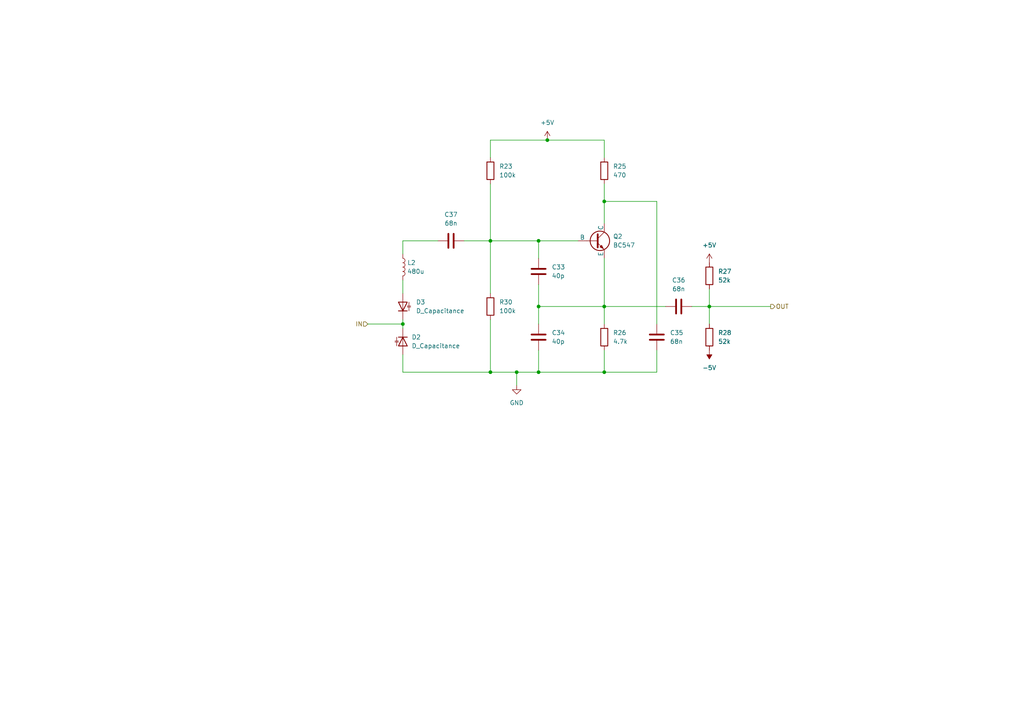
<source format=kicad_sch>
(kicad_sch (version 20230121) (generator eeschema)
  (paper "A4")
  (lib_symbols
    (symbol "Device:C" (pin_numbers hide) (pin_names (offset 0.254))
      (property "Reference" "C" (at 0.635 2.54 0))
      (property "Value" "C" (at 0.635 -2.54 0))
      (symbol "C_0_1"
        (polyline (pts (xy -2.032 -0.762) (xy 2.032 -0.762)) (stroke (width 0.508)))
        (polyline (pts (xy -2.032 0.762) (xy 2.032 0.762)) (stroke (width 0.508)))
      )
      (symbol "C_1_1"
        (pin passive line (at 0 3.81 270) (length 2.794) (name "~") (number "1"))
        (pin passive line (at 0 -3.81 90) (length 2.794) (name "~") (number "2"))
      )
    )
    (symbol "Device:D_Capacitance" (pin_numbers hide) (pin_names (offset 1.016) hide)
      (property "Reference" "D" (at 0 2.54 0))
      (property "Value" "D_Capacitance" (at 0 -3.302 0))
      (symbol "D_Capacitance_0_1"
        (polyline (pts (xy -1.27 -1.778) (xy -0.1524 -1.778)))
        (polyline (pts (xy -1.27 0) (xy 1.27 0)))
        (polyline (pts (xy -1.27 1.27) (xy -1.27 -1.27)) (stroke (width 0.254)))
        (polyline (pts (xy -0.1524 -1.27) (xy -0.1524 -2.286)))
        (polyline (pts (xy 0.1524 -1.778) (xy 1.27 -1.778)))
        (polyline (pts (xy 0.1524 -1.27) (xy 0.1524 -2.286)))
        (polyline (pts (xy 1.27 1.27) (xy 1.27 -1.27) (xy -1.27 0) (xy 1.27 1.27)) (stroke (width 0.254)))
      )
      (symbol "D_Capacitance_1_1"
        (pin passive line (at -3.81 0 0) (length 2.54) (name "K") (number "1"))
        (pin passive line (at 3.81 0 180) (length 2.54) (name "A") (number "2"))
      )
    )
    (symbol "Device:L" (pin_numbers hide) (pin_names (offset 1.016) hide)
      (property "Reference" "L" (at -1.27 0 90))
      (property "Value" "L" (at 1.905 0 90))
      (symbol "L_0_1"
        (arc (start 0 -2.54) (mid 0.6323 -1.905) (end 0 -1.27))
        (arc (start 0 -1.27) (mid 0.6323 -0.635) (end 0 0))
        (arc (start 0 0) (mid 0.6323 0.635) (end 0 1.27))
        (arc (start 0 1.27) (mid 0.6323 1.905) (end 0 2.54))
      )
      (symbol "L_1_1"
        (pin passive line (at 0 3.81 270) (length 1.27) (name "1") (number "1"))
        (pin passive line (at 0 -3.81 90) (length 1.27) (name "2") (number "2"))
      )
    )
    (symbol "Device:R" (pin_numbers hide) (pin_names (offset 0))
      (property "Reference" "R" (at 2.032 0 90))
      (property "Value" "R" (at 0 0 90))
      (symbol "R_0_1"
        (rectangle (start -1.016 -2.54) (end 1.016 2.54) (stroke (width 0.254)))
      )
      (symbol "R_1_1"
        (pin passive line (at 0 3.81 270) (length 1.27) (name "~") (number "1"))
        (pin passive line (at 0 -3.81 90) (length 1.27) (name "~") (number "2"))
      )
    )
    (symbol "Simulation_SPICE:NPN" (pin_numbers hide) (pin_names (offset 0))
      (property "Reference" "Q" (at -2.54 7.62 0))
      (property "Value" "NPN" (at -2.54 5.08 0))
      (symbol "NPN_0_1"
        (polyline (pts (xy -2.54 0) (xy 0.635 0)) (stroke (width 0.1524)))
        (polyline (pts (xy 0.635 0.635) (xy 2.54 2.54)))
        (polyline (pts (xy 2.794 -1.27) (xy 2.794 -1.27)) (stroke (width 0.1524)))
        (polyline (pts (xy 2.794 -1.27) (xy 2.794 -1.27)) (stroke (width 0.1524)))
        (polyline (pts (xy 0.635 -0.635) (xy 2.54 -2.54) (xy 2.54 -2.54)))
        (polyline (pts (xy 0.635 1.905) (xy 0.635 -1.905) (xy 0.635 -1.905)) (stroke (width 0.508)))
        (polyline (pts (xy 1.27 -1.778) (xy 1.778 -1.27) (xy 2.286 -2.286) (xy 1.27 -1.778) (xy 1.27 -1.778)) (fill (type outline)))
        (circle (center 1.27 0) (radius 2.8194) (stroke (width 0.254)))
      )
      (symbol "NPN_1_1"
        (pin open_collector line (at 2.54 5.08 270) (length 2.54) (name "C") (number "1"))
        (pin input line (at -5.08 0 0) (length 2.54) (name "B") (number "2"))
        (pin open_emitter line (at 2.54 -5.08 90) (length 2.54) (name "E") (number "3"))
      )
    )
    (symbol "power:+5V" (power) (pin_names (offset 0))
      (property "Value" "+5V" (at 0 3.556 0))
      (symbol "+5V_0_1"
        (polyline (pts (xy -0.762 1.27) (xy 0 2.54)))
        (polyline (pts (xy 0 0) (xy 0 2.54)))
        (polyline (pts (xy 0 2.54) (xy 0.762 1.27)))
      )
      (symbol "+5V_1_1"
        (pin power_in line (at 0 0 90) (length 0) hide (name "+5V") (number "1"))
      )
    )
    (symbol "power:-5V" (power) (pin_names (offset 0))
      (property "Value" "-5V" (at 0 3.81 0))
      (symbol "-5V_0_0"
        (pin power_in line (at 0 0 90) (length 0) hide (name "-5V") (number "1"))
      )
      (symbol "-5V_0_1"
        (polyline (pts (xy 0 0) (xy 0 1.27) (xy 0.762 1.27) (xy 0 2.54) (xy -0.762 1.27) (xy 0 1.27)) (fill (type outline)))
      )
    )
    (symbol "power:GND" (power) (pin_names (offset 0))
      (property "Value" "GND" (at 0 -3.81 0))
      (symbol "GND_0_1"
        (polyline (pts (xy 0 0) (xy 0 -1.27) (xy 1.27 -1.27) (xy 0 -2.54) (xy -1.27 -1.27) (xy 0 -1.27)))
      )
      (symbol "GND_1_1"
        (pin power_in line (at 0 0 270) (length 0) hide (name "GND") (number "1"))
      )
    )
  )
  (junction (at 175.26 88.9))
  (junction (at 175.26 107.95))
  (junction (at 156.21 88.9))
  (junction (at 158.75 40.64))
  (junction (at 142.24 69.85))
  (junction (at 116.84 93.98))
  (junction (at 156.21 107.95))
  (junction (at 156.21 69.85))
  (junction (at 175.26 58.42))
  (junction (at 205.74 88.9))
  (junction (at 149.86 107.95))
  (junction (at 142.24 107.95))
  (wire (pts (xy 175.26 45.72) (xy 175.26 40.64)))
  (wire (pts (xy 193.04 88.9) (xy 175.26 88.9)))
  (wire (pts (xy 175.26 107.95) (xy 190.5 107.95)))
  (wire (pts (xy 175.26 53.34) (xy 175.26 58.42)))
  (wire (pts (xy 134.62 69.85) (xy 142.24 69.85)))
  (wire (pts (xy 116.84 102.87) (xy 116.84 107.95)))
  (wire (pts (xy 205.74 83.82) (xy 205.74 88.9)))
  (wire (pts (xy 175.26 88.9) (xy 175.26 93.98)))
  (wire (pts (xy 116.84 107.95) (xy 142.24 107.95)))
  (wire (pts (xy 149.86 107.95) (xy 156.21 107.95)))
  (wire (pts (xy 116.84 92.71) (xy 116.84 93.98)))
  (wire (pts (xy 106.68 93.98) (xy 116.84 93.98)))
  (wire (pts (xy 142.24 92.71) (xy 142.24 107.95)))
  (wire (pts (xy 156.21 69.85) (xy 167.64 69.85)))
  (wire (pts (xy 116.84 73.66) (xy 116.84 69.85)))
  (wire (pts (xy 142.24 69.85) (xy 142.24 85.09)))
  (wire (pts (xy 142.24 69.85) (xy 156.21 69.85)))
  (wire (pts (xy 142.24 40.64) (xy 142.24 45.72)))
  (wire (pts (xy 190.5 101.6) (xy 190.5 107.95)))
  (wire (pts (xy 175.26 58.42) (xy 175.26 64.77)))
  (wire (pts (xy 205.74 88.9) (xy 205.74 93.98)))
  (wire (pts (xy 116.84 81.28) (xy 116.84 85.09)))
  (wire (pts (xy 175.26 74.93) (xy 175.26 88.9)))
  (wire (pts (xy 116.84 69.85) (xy 127 69.85)))
  (wire (pts (xy 205.74 88.9) (xy 223.52 88.9)))
  (wire (pts (xy 175.26 101.6) (xy 175.26 107.95)))
  (wire (pts (xy 190.5 93.98) (xy 190.5 58.42)))
  (wire (pts (xy 190.5 58.42) (xy 175.26 58.42)))
  (wire (pts (xy 175.26 40.64) (xy 158.75 40.64)))
  (wire (pts (xy 142.24 53.34) (xy 142.24 69.85)))
  (wire (pts (xy 156.21 88.9) (xy 175.26 88.9)))
  (wire (pts (xy 142.24 107.95) (xy 149.86 107.95)))
  (wire (pts (xy 156.21 88.9) (xy 156.21 93.98)))
  (wire (pts (xy 116.84 93.98) (xy 116.84 95.25)))
  (wire (pts (xy 156.21 107.95) (xy 156.21 101.6)))
  (wire (pts (xy 156.21 107.95) (xy 175.26 107.95)))
  (wire (pts (xy 156.21 69.85) (xy 156.21 74.93)))
  (wire (pts (xy 158.75 40.64) (xy 142.24 40.64)))
  (wire (pts (xy 156.21 82.55) (xy 156.21 88.9)))
  (wire (pts (xy 205.74 88.9) (xy 200.66 88.9)))
  (wire (pts (xy 149.86 107.95) (xy 149.86 111.76)))
  (hierarchical_label "OUT" (shape output) (at 223.52 88.9 0))
  (hierarchical_label "IN" (shape input) (at 106.68 93.98 180))
  (symbol (lib_id "power:+5V") (at 205.74 76.2 0) (unit 1)
    (property "Reference" "#PWR064" (effects hide))
    (property "Value" "+5V" (at 205.74 71.12 0))
    (instances (project "QCM_driver" (path "" (reference "#PWR064") (unit 1)) (path "" (reference "#PWR060") (unit 1))))
  )
  (symbol (lib_id "Device:R") (at 142.24 49.53 0) (unit 1)
    (property "Reference" "R23" (at 144.78 48.26 0) (effects (justify left)))
    (property "Value" "100k" (at 144.78 50.8 0) (effects (justify left)))
    (property "Footprint" "Resistor_SMD:R_1206_3216Metric" (effects hide))
    (instances (project "QCM_driver" (path "" (reference "R23") (unit 1)) (path "" (reference "R29") (unit 1))))
  )
  (symbol (lib_id "Device:R") (at 175.26 49.53 0) (unit 1)
    (property "Reference" "R25" (at 177.8 48.26 0) (effects (justify left)))
    (property "Value" "470" (at 177.8 50.8 0) (effects (justify left)))
    (property "Footprint" "Resistor_SMD:R_1206_3216Metric" (effects hide))
    (instances (project "QCM_driver" (path "" (reference "R25") (unit 1)) (path "" (reference "R31") (unit 1))))
  )
  (symbol (lib_id "Simulation_SPICE:NPN") (at 172.72 69.85 0) (unit 1)
    (property "Reference" "Q2" (at 177.8 68.58 0) (effects (justify left)))
    (property "Value" "BC547" (at 177.8 71.12 0) (effects (justify left)))
    (property "Sim.Device" "NPN" (effects hide))
    (property "Sim.Type" "GUMMELPOON" (effects hide))
    (property "Sim.Pins" "1=C 2=B 3=E" (effects hide))
    (instances (project "QCM_driver" (path "" (reference "Q2") (unit 1)) (path "" (reference "Q1") (unit 1))))
  )
  (symbol (lib_id "Device:D_Capacitance") (at 116.84 88.9 90) (unit 1)
    (property "Reference" "D3" (at 120.65 87.63 90) (effects (justify right)))
    (property "Value" "D_Capacitance" (at 120.65 90.17 90) (effects (justify right)))
    (instances (project "QCM_driver" (path "" (reference "D3") (unit 1)) (path "" (reference "D1") (unit 1))))
  )
  (symbol (lib_id "power:-5V") (at 205.74 101.6 180) (unit 1)
    (property "Reference" "#PWR065" (effects hide))
    (property "Value" "-5V" (at 205.74 106.68 0))
    (instances (project "QCM_driver" (path "" (reference "#PWR065") (unit 1)) (path "" (reference "#PWR061") (unit 1))))
  )
  (symbol (lib_id "Device:R") (at 205.74 80.01 0) (unit 1)
    (property "Reference" "R27" (at 208.28 78.74 0) (effects (justify left)))
    (property "Value" "52k" (at 208.28 81.28 0) (effects (justify left)))
    (property "Footprint" "Resistor_SMD:R_1206_3216Metric" (effects hide))
    (instances (project "QCM_driver" (path "" (reference "R27") (unit 1)) (path "" (reference "R33") (unit 1))))
  )
  (symbol (lib_id "Device:C") (at 190.5 97.79 180) (unit 1)
    (property "Reference" "C35" (at 194.31 96.52 0) (effects (justify right)))
    (property "Value" "68n" (at 194.31 99.06 0) (effects (justify right)))
    (instances (project "QCM_driver" (path "" (reference "C35") (unit 1)) (path "" (reference "C40") (unit 1))))
  )
  (symbol (lib_id "Device:D_Capacitance") (at 116.84 99.06 270) (unit 1)
    (property "Reference" "D2" (at 119.38 97.79 90) (effects (justify left)))
    (property "Value" "D_Capacitance" (at 119.38 100.33 90) (effects (justify left)))
    (instances (project "QCM_driver" (path "" (reference "D2") (unit 1)) (path "" (reference "D4") (unit 1))))
  )
  (symbol (lib_id "Device:R") (at 205.74 97.79 0) (unit 1)
    (property "Reference" "R28" (at 208.28 96.52 0) (effects (justify left)))
    (property "Value" "52k" (at 208.28 99.06 0) (effects (justify left)))
    (property "Footprint" "Resistor_SMD:R_1206_3216Metric" (effects hide))
    (instances (project "QCM_driver" (path "" (reference "R28") (unit 1)) (path "" (reference "R34") (unit 1))))
  )
  (symbol (lib_id "Device:R") (at 175.26 97.79 0) (unit 1)
    (property "Reference" "R26" (at 177.8 96.52 0) (effects (justify left)))
    (property "Value" "4.7k" (at 177.8 99.06 0) (effects (justify left)))
    (property "Footprint" "Resistor_SMD:R_1206_3216Metric" (effects hide))
    (instances (project "QCM_driver" (path "" (reference "R26") (unit 1)) (path "" (reference "R32") (unit 1))))
  )
  (symbol (lib_id "Device:C") (at 156.21 78.74 180) (unit 1)
    (property "Reference" "C33" (at 160.02 77.47 0) (effects (justify right)))
    (property "Value" "40p" (at 160.02 80.01 0) (effects (justify right)))
    (instances (project "QCM_driver" (path "" (reference "C33") (unit 1)) (path "" (reference "C38") (unit 1))))
  )
  (symbol (lib_id "Device:C") (at 130.81 69.85 90) (unit 1)
    (property "Reference" "C37" (at 130.81 62.23 90))
    (property "Value" "68n" (at 130.81 64.77 90))
    (instances (project "QCM_driver" (path "" (reference "C37") (unit 1)) (path "" (reference "C32") (unit 1))))
  )
  (symbol (lib_id "Device:C") (at 156.21 97.79 180) (unit 1)
    (property "Reference" "C34" (at 160.02 96.52 0) (effects (justify right)))
    (property "Value" "40p" (at 160.02 99.06 0) (effects (justify right)))
    (instances (project "QCM_driver" (path "" (reference "C34") (unit 1)) (path "" (reference "C39") (unit 1))))
  )
  (symbol (lib_id "Device:C") (at 196.85 88.9 90) (unit 1)
    (property "Reference" "C36" (at 196.85 81.28 90))
    (property "Value" "68n" (at 196.85 83.82 90))
    (instances (project "QCM_driver" (path "" (reference "C36") (unit 1)) (path "" (reference "C41") (unit 1))))
  )
  (symbol (lib_id "power:GND") (at 149.86 111.76 0) (unit 1)
    (property "Reference" "#PWR062" (effects hide))
    (property "Value" "GND" (at 149.86 116.84 0))
    (instances (project "QCM_driver" (path "" (reference "#PWR062") (unit 1)) (path "" (reference "#PWR058") (unit 1))))
  )
  (symbol (lib_id "power:+5V") (at 158.75 40.64 0) (unit 1)
    (property "Reference" "#PWR063" (effects hide))
    (property "Value" "+5V" (at 158.75 35.56 0))
    (instances (project "QCM_driver" (path "" (reference "#PWR063") (unit 1)) (path "" (reference "#PWR059") (unit 1))))
  )
  (symbol (lib_id "Device:R") (at 142.24 88.9 0) (unit 1)
    (property "Reference" "R30" (at 144.78 87.63 0) (effects (justify left)))
    (property "Value" "100k" (at 144.78 90.17 0) (effects (justify left)))
    (property "Footprint" "Resistor_SMD:R_1206_3216Metric" (effects hide))
    (instances (project "QCM_driver" (path "" (reference "R30") (unit 1)) (path "" (reference "R24") (unit 1))))
  )
  (symbol (lib_id "Device:L") (at 116.84 77.47 0) (unit 1)
    (property "Reference" "L2" (at 118.11 76.2 0) (effects (justify left)))
    (property "Value" "480u" (at 118.11 78.74 0) (effects (justify left)))
    (instances (project "QCM_driver" (path "" (reference "L2") (unit 1)) (path "" (reference "L1") (unit 1))))
  )
)
</source>
